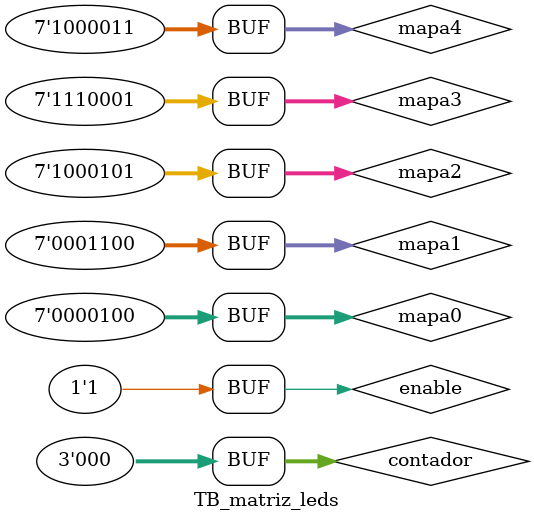
<source format=v>
module matriz_leds(
  l0, l1, l2, l3, l4, l5, l6,
  c0, c1, c2, c3, c4,
  contador, enable,
  mapa0, mapa1, mapa2, mapa3, mapa4
);
  output l0, l1, l2, l3, l4, l5, l6, c0, c1, c2, c3, c4; // linhas e colunas da matriz de leds
  input [2:0] contador; // contador de 0 a 4
  input [6:0] mapa0, mapa1, mapa2, mapa3, mapa4; // mapas de bits da matriz de leds
  input enable; // habilita/desabilita matriz de leds

  wire w_l0, w_l1, w_l2, w_l3, w_l4, w_l5, w_l6; // linhas da matriz de leds

  // demux para ativar uma coluna por vez
  demux_1x5 d0(.Sel(contador), .E(enable), .Out5(c4), .Out4(c3), .Out3(c2), .Out2(c1), .Out1(c0));

  // mux para selecionar o mapa de bits da linha
  mux_5x1 mux0(.a(mapa0[6]), .b(mapa1[6]), .c(mapa2[6]), .d(mapa3[6]), .e(mapa4[6]), .sel(contador), .out(w_l0));
  mux_5x1 mux1(.a(mapa0[5]), .b(mapa1[5]), .c(mapa2[5]), .d(mapa3[5]), .e(mapa4[5]), .sel(contador), .out(w_l1));
  mux_5x1 mux2(.a(mapa0[4]), .b(mapa1[4]), .c(mapa2[4]), .d(mapa3[4]), .e(mapa4[4]), .sel(contador), .out(w_l2));
  mux_5x1 mux3(.a(mapa0[3]), .b(mapa1[3]), .c(mapa2[3]), .d(mapa3[3]), .e(mapa4[3]), .sel(contador), .out(w_l3));
  mux_5x1 mux4(.a(mapa0[2]), .b(mapa1[2]), .c(mapa2[2]), .d(mapa3[2]), .e(mapa4[2]), .sel(contador), .out(w_l4));
  mux_5x1 mux5(.a(mapa0[1]), .b(mapa1[1]), .c(mapa2[1]), .d(mapa3[1]), .e(mapa4[1]), .sel(contador), .out(w_l5));
  mux_5x1 mux6(.a(mapa0[0]), .b(mapa1[0]), .c(mapa2[0]), .d(mapa3[0]), .e(mapa4[0]), .sel(contador), .out(w_l6));

  assign l0 = ~w_l0;
  assign l1 = ~w_l1;
  assign l2 = ~w_l2;
  assign l3 = ~w_l3;
  assign l4 = ~w_l4;
  assign l5 = ~w_l5;
  assign l6 = ~w_l6;
endmodule

module TB_matriz_leds();
  reg [2:0] contador;
  wire l0, l1, l2, l3, l4, l5, l6, c0, c1, c2, c3, c4;
  wire [6:0] mapa0, mapa1, mapa2, mapa3, mapa4;
  wire enable;

  assign mapa0 = 7'b0000100;
  assign mapa1 = 7'b0001100;
  assign mapa2 = 7'b1000101;
  assign mapa3 = 7'b1110001;
  assign mapa4 = 7'b1000011;

  assign enable = 1;

  matriz_leds matriz_leds(
    l0, l1, l2, l3, l4, l5, l6,
    c0, c1, c2, c3, c4,
    contador, enable,
    mapa0, mapa1, mapa2, mapa3, mapa4
  );

  initial begin
    contador = 3'b000; #10;
    contador = 3'b001; #10;
    contador = 3'b010; #10;
    contador = 3'b011; #10;
    contador = 3'b100; #10;

    // repete o ciclo

    contador = 3'b000; #10;
    contador = 3'b001; #10;
    contador = 3'b010; #10;
    contador = 3'b011; #10;
    contador = 3'b100; #10;
    contador = 3'b000; #10;
  end
endmodule
</source>
